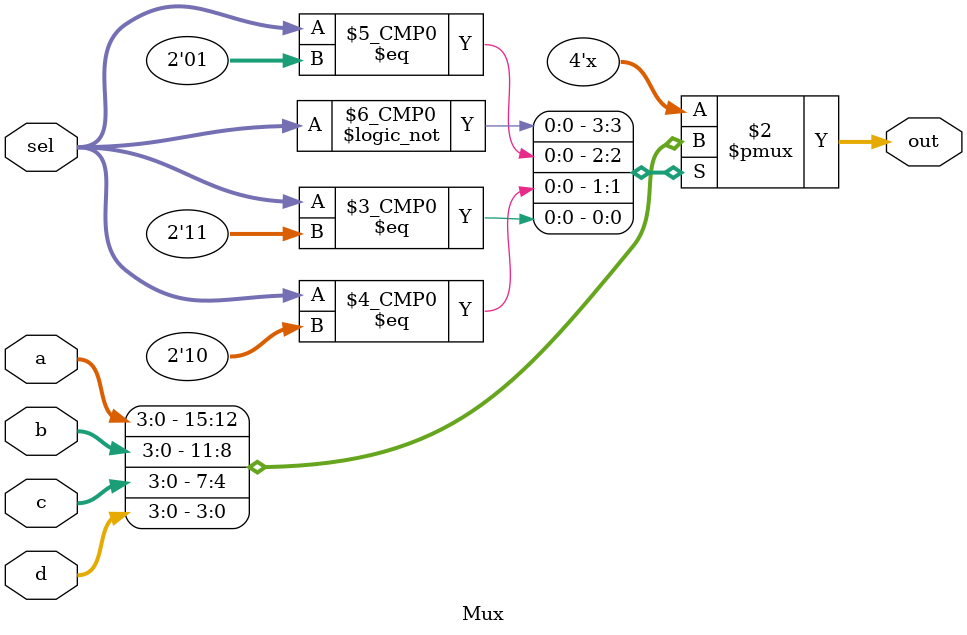
<source format=v>
`timescale 1ns / 1ps


module Mux(
    input      [3:0] a,
    input      [3:0] b,
    input      [3:0] c,
    input      [3:0] d,
    input      [1:0] sel,
    output reg [3:0] out
    );
    
    always @(a or b or c or d or sel) begin
        case(sel)
            2'b00: out <=a;
            2'b01: out <=b;
            2'b10: out <=c;
            2'b11: out <=d;
        endcase
    end
endmodule

</source>
